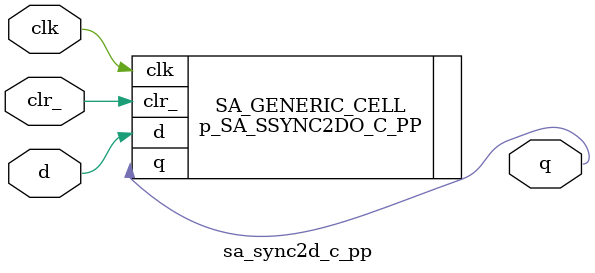
<source format=v>
module sa_sync2d_c_pp ( d, clk, clr_, q );
input d, clk, clr_;
output q;
    p_SA_SSYNC2DO_C_PP SA_GENERIC_CELL( .d(d), .clk (clk), .clr_(clr_), .q(q) );
// synopsys dc_script_begin
// synopsys dc_script_end
//g2c if {[find / -null_ok -subdesign sa_sync2d_c_pp] != {} } { set_attr preserve 1 [find / -subdesign sa_sync2d_c_pp] }
endmodule

</source>
